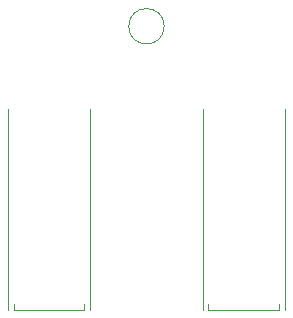
<source format=gbr>
G04 #@! TF.GenerationSoftware,KiCad,Pcbnew,(5.1.9)-1*
G04 #@! TF.CreationDate,2021-12-22T21:11:34+01:00*
G04 #@! TF.ProjectId,Omamori,4f6d616d-6f72-4692-9e6b-696361645f70,rev?*
G04 #@! TF.SameCoordinates,Original*
G04 #@! TF.FileFunction,Legend,Top*
G04 #@! TF.FilePolarity,Positive*
%FSLAX46Y46*%
G04 Gerber Fmt 4.6, Leading zero omitted, Abs format (unit mm)*
G04 Created by KiCad (PCBNEW (5.1.9)-1) date 2021-12-22 21:11:34*
%MOMM*%
%LPD*%
G01*
G04 APERTURE LIST*
%ADD10C,0.120000*%
G04 APERTURE END LIST*
D10*
X26500000Y-14500000D02*
G75*
G03*
X26500000Y-14500000I-1500000J0D01*
G01*
X20250000Y-21500000D02*
X20250000Y-38500000D01*
X13250000Y-21500000D02*
X13250000Y-38500000D01*
X19750000Y-38500000D02*
X13750000Y-38500000D01*
X13750000Y-38500000D02*
X13750000Y-38000000D01*
X19750000Y-38500000D02*
X19750000Y-38000000D01*
X36750000Y-21500000D02*
X36750000Y-38500000D01*
X29750000Y-21500000D02*
X29750000Y-38500000D01*
X36250000Y-38500000D02*
X30250000Y-38500000D01*
X30250000Y-38500000D02*
X30250000Y-38000000D01*
X36250000Y-38500000D02*
X36250000Y-38000000D01*
M02*

</source>
